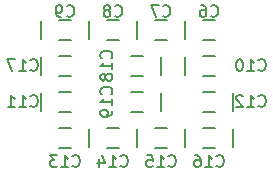
<source format=gbr>
G04 #@! TF.FileFunction,Legend,Bot*
%FSLAX46Y46*%
G04 Gerber Fmt 4.6, Leading zero omitted, Abs format (unit mm)*
G04 Created by KiCad (PCBNEW (after 2015-mar-04 BZR unknown)-product) date 04.07.2015 19:25:11*
%MOMM*%
G01*
G04 APERTURE LIST*
%ADD10C,0.100000*%
%ADD11C,0.200000*%
%ADD12C,0.150000*%
G04 APERTURE END LIST*
D10*
D11*
X143764000Y-80518000D02*
X143764000Y-82042000D01*
X155956000Y-77470000D02*
X155956000Y-78994000D01*
X151892000Y-77470000D02*
X151892000Y-78994000D01*
X147828000Y-77470000D02*
X147828000Y-78994000D01*
X143764000Y-77470000D02*
X143764000Y-78994000D01*
X160020000Y-88138000D02*
X160020000Y-86614000D01*
X155956000Y-88138000D02*
X155956000Y-87884000D01*
X155956000Y-86614000D02*
X155956000Y-87884000D01*
X151892000Y-86614000D02*
X151892000Y-88138000D01*
X147828000Y-86614000D02*
X147828000Y-88138000D01*
X143764000Y-83566000D02*
X143764000Y-85090000D01*
X153924000Y-83566000D02*
X153924000Y-85090000D01*
X160020000Y-83566000D02*
X160020000Y-85090000D01*
X155956000Y-80518000D02*
X155956000Y-82042000D01*
X153924000Y-80518000D02*
X153924000Y-82042000D01*
D12*
X158488000Y-79082000D02*
X157488000Y-79082000D01*
X157488000Y-77382000D02*
X158488000Y-77382000D01*
X154424000Y-79082000D02*
X153424000Y-79082000D01*
X153424000Y-77382000D02*
X154424000Y-77382000D01*
X150360000Y-79082000D02*
X149360000Y-79082000D01*
X149360000Y-77382000D02*
X150360000Y-77382000D01*
X146296000Y-79082000D02*
X145296000Y-79082000D01*
X145296000Y-77382000D02*
X146296000Y-77382000D01*
X158488000Y-82130000D02*
X157488000Y-82130000D01*
X157488000Y-80430000D02*
X158488000Y-80430000D01*
X146296000Y-85178000D02*
X145296000Y-85178000D01*
X145296000Y-83478000D02*
X146296000Y-83478000D01*
X157488000Y-83478000D02*
X158488000Y-83478000D01*
X158488000Y-85178000D02*
X157488000Y-85178000D01*
X145296000Y-86526000D02*
X146296000Y-86526000D01*
X146296000Y-88226000D02*
X145296000Y-88226000D01*
X149360000Y-86526000D02*
X150360000Y-86526000D01*
X150360000Y-88226000D02*
X149360000Y-88226000D01*
X153424000Y-86526000D02*
X154424000Y-86526000D01*
X154424000Y-88226000D02*
X153424000Y-88226000D01*
X157488000Y-86526000D02*
X158488000Y-86526000D01*
X158488000Y-88226000D02*
X157488000Y-88226000D01*
X146296000Y-82130000D02*
X145296000Y-82130000D01*
X145296000Y-80430000D02*
X146296000Y-80430000D01*
X151392000Y-80430000D02*
X152392000Y-80430000D01*
X152392000Y-82130000D02*
X151392000Y-82130000D01*
X151392000Y-83478000D02*
X152392000Y-83478000D01*
X152392000Y-85178000D02*
X151392000Y-85178000D01*
X158154666Y-77065143D02*
X158202285Y-77112762D01*
X158345142Y-77160381D01*
X158440380Y-77160381D01*
X158583238Y-77112762D01*
X158678476Y-77017524D01*
X158726095Y-76922286D01*
X158773714Y-76731810D01*
X158773714Y-76588952D01*
X158726095Y-76398476D01*
X158678476Y-76303238D01*
X158583238Y-76208000D01*
X158440380Y-76160381D01*
X158345142Y-76160381D01*
X158202285Y-76208000D01*
X158154666Y-76255619D01*
X157297523Y-76160381D02*
X157488000Y-76160381D01*
X157583238Y-76208000D01*
X157630857Y-76255619D01*
X157726095Y-76398476D01*
X157773714Y-76588952D01*
X157773714Y-76969905D01*
X157726095Y-77065143D01*
X157678476Y-77112762D01*
X157583238Y-77160381D01*
X157392761Y-77160381D01*
X157297523Y-77112762D01*
X157249904Y-77065143D01*
X157202285Y-76969905D01*
X157202285Y-76731810D01*
X157249904Y-76636571D01*
X157297523Y-76588952D01*
X157392761Y-76541333D01*
X157583238Y-76541333D01*
X157678476Y-76588952D01*
X157726095Y-76636571D01*
X157773714Y-76731810D01*
X154090666Y-77065143D02*
X154138285Y-77112762D01*
X154281142Y-77160381D01*
X154376380Y-77160381D01*
X154519238Y-77112762D01*
X154614476Y-77017524D01*
X154662095Y-76922286D01*
X154709714Y-76731810D01*
X154709714Y-76588952D01*
X154662095Y-76398476D01*
X154614476Y-76303238D01*
X154519238Y-76208000D01*
X154376380Y-76160381D01*
X154281142Y-76160381D01*
X154138285Y-76208000D01*
X154090666Y-76255619D01*
X153757333Y-76160381D02*
X153090666Y-76160381D01*
X153519238Y-77160381D01*
X150026666Y-77065143D02*
X150074285Y-77112762D01*
X150217142Y-77160381D01*
X150312380Y-77160381D01*
X150455238Y-77112762D01*
X150550476Y-77017524D01*
X150598095Y-76922286D01*
X150645714Y-76731810D01*
X150645714Y-76588952D01*
X150598095Y-76398476D01*
X150550476Y-76303238D01*
X150455238Y-76208000D01*
X150312380Y-76160381D01*
X150217142Y-76160381D01*
X150074285Y-76208000D01*
X150026666Y-76255619D01*
X149455238Y-76588952D02*
X149550476Y-76541333D01*
X149598095Y-76493714D01*
X149645714Y-76398476D01*
X149645714Y-76350857D01*
X149598095Y-76255619D01*
X149550476Y-76208000D01*
X149455238Y-76160381D01*
X149264761Y-76160381D01*
X149169523Y-76208000D01*
X149121904Y-76255619D01*
X149074285Y-76350857D01*
X149074285Y-76398476D01*
X149121904Y-76493714D01*
X149169523Y-76541333D01*
X149264761Y-76588952D01*
X149455238Y-76588952D01*
X149550476Y-76636571D01*
X149598095Y-76684190D01*
X149645714Y-76779429D01*
X149645714Y-76969905D01*
X149598095Y-77065143D01*
X149550476Y-77112762D01*
X149455238Y-77160381D01*
X149264761Y-77160381D01*
X149169523Y-77112762D01*
X149121904Y-77065143D01*
X149074285Y-76969905D01*
X149074285Y-76779429D01*
X149121904Y-76684190D01*
X149169523Y-76636571D01*
X149264761Y-76588952D01*
X145962666Y-77065143D02*
X146010285Y-77112762D01*
X146153142Y-77160381D01*
X146248380Y-77160381D01*
X146391238Y-77112762D01*
X146486476Y-77017524D01*
X146534095Y-76922286D01*
X146581714Y-76731810D01*
X146581714Y-76588952D01*
X146534095Y-76398476D01*
X146486476Y-76303238D01*
X146391238Y-76208000D01*
X146248380Y-76160381D01*
X146153142Y-76160381D01*
X146010285Y-76208000D01*
X145962666Y-76255619D01*
X145486476Y-77160381D02*
X145296000Y-77160381D01*
X145200761Y-77112762D01*
X145153142Y-77065143D01*
X145057904Y-76922286D01*
X145010285Y-76731810D01*
X145010285Y-76350857D01*
X145057904Y-76255619D01*
X145105523Y-76208000D01*
X145200761Y-76160381D01*
X145391238Y-76160381D01*
X145486476Y-76208000D01*
X145534095Y-76255619D01*
X145581714Y-76350857D01*
X145581714Y-76588952D01*
X145534095Y-76684190D01*
X145486476Y-76731810D01*
X145391238Y-76779429D01*
X145200761Y-76779429D01*
X145105523Y-76731810D01*
X145057904Y-76684190D01*
X145010285Y-76588952D01*
X162186857Y-81637143D02*
X162234476Y-81684762D01*
X162377333Y-81732381D01*
X162472571Y-81732381D01*
X162615429Y-81684762D01*
X162710667Y-81589524D01*
X162758286Y-81494286D01*
X162805905Y-81303810D01*
X162805905Y-81160952D01*
X162758286Y-80970476D01*
X162710667Y-80875238D01*
X162615429Y-80780000D01*
X162472571Y-80732381D01*
X162377333Y-80732381D01*
X162234476Y-80780000D01*
X162186857Y-80827619D01*
X161234476Y-81732381D02*
X161805905Y-81732381D01*
X161520191Y-81732381D02*
X161520191Y-80732381D01*
X161615429Y-80875238D01*
X161710667Y-80970476D01*
X161805905Y-81018095D01*
X160615429Y-80732381D02*
X160520190Y-80732381D01*
X160424952Y-80780000D01*
X160377333Y-80827619D01*
X160329714Y-80922857D01*
X160282095Y-81113333D01*
X160282095Y-81351429D01*
X160329714Y-81541905D01*
X160377333Y-81637143D01*
X160424952Y-81684762D01*
X160520190Y-81732381D01*
X160615429Y-81732381D01*
X160710667Y-81684762D01*
X160758286Y-81637143D01*
X160805905Y-81541905D01*
X160853524Y-81351429D01*
X160853524Y-81113333D01*
X160805905Y-80922857D01*
X160758286Y-80827619D01*
X160710667Y-80780000D01*
X160615429Y-80732381D01*
X142882857Y-84685143D02*
X142930476Y-84732762D01*
X143073333Y-84780381D01*
X143168571Y-84780381D01*
X143311429Y-84732762D01*
X143406667Y-84637524D01*
X143454286Y-84542286D01*
X143501905Y-84351810D01*
X143501905Y-84208952D01*
X143454286Y-84018476D01*
X143406667Y-83923238D01*
X143311429Y-83828000D01*
X143168571Y-83780381D01*
X143073333Y-83780381D01*
X142930476Y-83828000D01*
X142882857Y-83875619D01*
X141930476Y-84780381D02*
X142501905Y-84780381D01*
X142216191Y-84780381D02*
X142216191Y-83780381D01*
X142311429Y-83923238D01*
X142406667Y-84018476D01*
X142501905Y-84066095D01*
X140978095Y-84780381D02*
X141549524Y-84780381D01*
X141263810Y-84780381D02*
X141263810Y-83780381D01*
X141359048Y-83923238D01*
X141454286Y-84018476D01*
X141549524Y-84066095D01*
X162186857Y-84685143D02*
X162234476Y-84732762D01*
X162377333Y-84780381D01*
X162472571Y-84780381D01*
X162615429Y-84732762D01*
X162710667Y-84637524D01*
X162758286Y-84542286D01*
X162805905Y-84351810D01*
X162805905Y-84208952D01*
X162758286Y-84018476D01*
X162710667Y-83923238D01*
X162615429Y-83828000D01*
X162472571Y-83780381D01*
X162377333Y-83780381D01*
X162234476Y-83828000D01*
X162186857Y-83875619D01*
X161234476Y-84780381D02*
X161805905Y-84780381D01*
X161520191Y-84780381D02*
X161520191Y-83780381D01*
X161615429Y-83923238D01*
X161710667Y-84018476D01*
X161805905Y-84066095D01*
X160853524Y-83875619D02*
X160805905Y-83828000D01*
X160710667Y-83780381D01*
X160472571Y-83780381D01*
X160377333Y-83828000D01*
X160329714Y-83875619D01*
X160282095Y-83970857D01*
X160282095Y-84066095D01*
X160329714Y-84208952D01*
X160901143Y-84780381D01*
X160282095Y-84780381D01*
X146438857Y-89765143D02*
X146486476Y-89812762D01*
X146629333Y-89860381D01*
X146724571Y-89860381D01*
X146867429Y-89812762D01*
X146962667Y-89717524D01*
X147010286Y-89622286D01*
X147057905Y-89431810D01*
X147057905Y-89288952D01*
X147010286Y-89098476D01*
X146962667Y-89003238D01*
X146867429Y-88908000D01*
X146724571Y-88860381D01*
X146629333Y-88860381D01*
X146486476Y-88908000D01*
X146438857Y-88955619D01*
X145486476Y-89860381D02*
X146057905Y-89860381D01*
X145772191Y-89860381D02*
X145772191Y-88860381D01*
X145867429Y-89003238D01*
X145962667Y-89098476D01*
X146057905Y-89146095D01*
X145153143Y-88860381D02*
X144534095Y-88860381D01*
X144867429Y-89241333D01*
X144724571Y-89241333D01*
X144629333Y-89288952D01*
X144581714Y-89336571D01*
X144534095Y-89431810D01*
X144534095Y-89669905D01*
X144581714Y-89765143D01*
X144629333Y-89812762D01*
X144724571Y-89860381D01*
X145010286Y-89860381D01*
X145105524Y-89812762D01*
X145153143Y-89765143D01*
X150502857Y-89765143D02*
X150550476Y-89812762D01*
X150693333Y-89860381D01*
X150788571Y-89860381D01*
X150931429Y-89812762D01*
X151026667Y-89717524D01*
X151074286Y-89622286D01*
X151121905Y-89431810D01*
X151121905Y-89288952D01*
X151074286Y-89098476D01*
X151026667Y-89003238D01*
X150931429Y-88908000D01*
X150788571Y-88860381D01*
X150693333Y-88860381D01*
X150550476Y-88908000D01*
X150502857Y-88955619D01*
X149550476Y-89860381D02*
X150121905Y-89860381D01*
X149836191Y-89860381D02*
X149836191Y-88860381D01*
X149931429Y-89003238D01*
X150026667Y-89098476D01*
X150121905Y-89146095D01*
X148693333Y-89193714D02*
X148693333Y-89860381D01*
X148931429Y-88812762D02*
X149169524Y-89527048D01*
X148550476Y-89527048D01*
X154566857Y-89765143D02*
X154614476Y-89812762D01*
X154757333Y-89860381D01*
X154852571Y-89860381D01*
X154995429Y-89812762D01*
X155090667Y-89717524D01*
X155138286Y-89622286D01*
X155185905Y-89431810D01*
X155185905Y-89288952D01*
X155138286Y-89098476D01*
X155090667Y-89003238D01*
X154995429Y-88908000D01*
X154852571Y-88860381D01*
X154757333Y-88860381D01*
X154614476Y-88908000D01*
X154566857Y-88955619D01*
X153614476Y-89860381D02*
X154185905Y-89860381D01*
X153900191Y-89860381D02*
X153900191Y-88860381D01*
X153995429Y-89003238D01*
X154090667Y-89098476D01*
X154185905Y-89146095D01*
X152709714Y-88860381D02*
X153185905Y-88860381D01*
X153233524Y-89336571D01*
X153185905Y-89288952D01*
X153090667Y-89241333D01*
X152852571Y-89241333D01*
X152757333Y-89288952D01*
X152709714Y-89336571D01*
X152662095Y-89431810D01*
X152662095Y-89669905D01*
X152709714Y-89765143D01*
X152757333Y-89812762D01*
X152852571Y-89860381D01*
X153090667Y-89860381D01*
X153185905Y-89812762D01*
X153233524Y-89765143D01*
X158630857Y-89765143D02*
X158678476Y-89812762D01*
X158821333Y-89860381D01*
X158916571Y-89860381D01*
X159059429Y-89812762D01*
X159154667Y-89717524D01*
X159202286Y-89622286D01*
X159249905Y-89431810D01*
X159249905Y-89288952D01*
X159202286Y-89098476D01*
X159154667Y-89003238D01*
X159059429Y-88908000D01*
X158916571Y-88860381D01*
X158821333Y-88860381D01*
X158678476Y-88908000D01*
X158630857Y-88955619D01*
X157678476Y-89860381D02*
X158249905Y-89860381D01*
X157964191Y-89860381D02*
X157964191Y-88860381D01*
X158059429Y-89003238D01*
X158154667Y-89098476D01*
X158249905Y-89146095D01*
X156821333Y-88860381D02*
X157011810Y-88860381D01*
X157107048Y-88908000D01*
X157154667Y-88955619D01*
X157249905Y-89098476D01*
X157297524Y-89288952D01*
X157297524Y-89669905D01*
X157249905Y-89765143D01*
X157202286Y-89812762D01*
X157107048Y-89860381D01*
X156916571Y-89860381D01*
X156821333Y-89812762D01*
X156773714Y-89765143D01*
X156726095Y-89669905D01*
X156726095Y-89431810D01*
X156773714Y-89336571D01*
X156821333Y-89288952D01*
X156916571Y-89241333D01*
X157107048Y-89241333D01*
X157202286Y-89288952D01*
X157249905Y-89336571D01*
X157297524Y-89431810D01*
X142882857Y-81637143D02*
X142930476Y-81684762D01*
X143073333Y-81732381D01*
X143168571Y-81732381D01*
X143311429Y-81684762D01*
X143406667Y-81589524D01*
X143454286Y-81494286D01*
X143501905Y-81303810D01*
X143501905Y-81160952D01*
X143454286Y-80970476D01*
X143406667Y-80875238D01*
X143311429Y-80780000D01*
X143168571Y-80732381D01*
X143073333Y-80732381D01*
X142930476Y-80780000D01*
X142882857Y-80827619D01*
X141930476Y-81732381D02*
X142501905Y-81732381D01*
X142216191Y-81732381D02*
X142216191Y-80732381D01*
X142311429Y-80875238D01*
X142406667Y-80970476D01*
X142501905Y-81018095D01*
X141597143Y-80732381D02*
X140930476Y-80732381D01*
X141359048Y-81732381D01*
X149709143Y-80637143D02*
X149756762Y-80589524D01*
X149804381Y-80446667D01*
X149804381Y-80351429D01*
X149756762Y-80208571D01*
X149661524Y-80113333D01*
X149566286Y-80065714D01*
X149375810Y-80018095D01*
X149232952Y-80018095D01*
X149042476Y-80065714D01*
X148947238Y-80113333D01*
X148852000Y-80208571D01*
X148804381Y-80351429D01*
X148804381Y-80446667D01*
X148852000Y-80589524D01*
X148899619Y-80637143D01*
X149804381Y-81589524D02*
X149804381Y-81018095D01*
X149804381Y-81303809D02*
X148804381Y-81303809D01*
X148947238Y-81208571D01*
X149042476Y-81113333D01*
X149090095Y-81018095D01*
X149232952Y-82160952D02*
X149185333Y-82065714D01*
X149137714Y-82018095D01*
X149042476Y-81970476D01*
X148994857Y-81970476D01*
X148899619Y-82018095D01*
X148852000Y-82065714D01*
X148804381Y-82160952D01*
X148804381Y-82351429D01*
X148852000Y-82446667D01*
X148899619Y-82494286D01*
X148994857Y-82541905D01*
X149042476Y-82541905D01*
X149137714Y-82494286D01*
X149185333Y-82446667D01*
X149232952Y-82351429D01*
X149232952Y-82160952D01*
X149280571Y-82065714D01*
X149328190Y-82018095D01*
X149423429Y-81970476D01*
X149613905Y-81970476D01*
X149709143Y-82018095D01*
X149756762Y-82065714D01*
X149804381Y-82160952D01*
X149804381Y-82351429D01*
X149756762Y-82446667D01*
X149709143Y-82494286D01*
X149613905Y-82541905D01*
X149423429Y-82541905D01*
X149328190Y-82494286D01*
X149280571Y-82446667D01*
X149232952Y-82351429D01*
X149709143Y-83685143D02*
X149756762Y-83637524D01*
X149804381Y-83494667D01*
X149804381Y-83399429D01*
X149756762Y-83256571D01*
X149661524Y-83161333D01*
X149566286Y-83113714D01*
X149375810Y-83066095D01*
X149232952Y-83066095D01*
X149042476Y-83113714D01*
X148947238Y-83161333D01*
X148852000Y-83256571D01*
X148804381Y-83399429D01*
X148804381Y-83494667D01*
X148852000Y-83637524D01*
X148899619Y-83685143D01*
X149804381Y-84637524D02*
X149804381Y-84066095D01*
X149804381Y-84351809D02*
X148804381Y-84351809D01*
X148947238Y-84256571D01*
X149042476Y-84161333D01*
X149090095Y-84066095D01*
X149804381Y-85113714D02*
X149804381Y-85304190D01*
X149756762Y-85399429D01*
X149709143Y-85447048D01*
X149566286Y-85542286D01*
X149375810Y-85589905D01*
X148994857Y-85589905D01*
X148899619Y-85542286D01*
X148852000Y-85494667D01*
X148804381Y-85399429D01*
X148804381Y-85208952D01*
X148852000Y-85113714D01*
X148899619Y-85066095D01*
X148994857Y-85018476D01*
X149232952Y-85018476D01*
X149328190Y-85066095D01*
X149375810Y-85113714D01*
X149423429Y-85208952D01*
X149423429Y-85399429D01*
X149375810Y-85494667D01*
X149328190Y-85542286D01*
X149232952Y-85589905D01*
M02*

</source>
